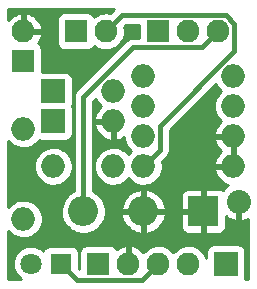
<source format=gbl>
G04 #@! TF.GenerationSoftware,KiCad,Pcbnew,(5.99.0-1129-g103b0c18d)*
G04 #@! TF.CreationDate,2020-03-21T11:47:11+02:00*
G04 #@! TF.ProjectId,superduro,73757065-7264-4757-926f-2e6b69636164,rev?*
G04 #@! TF.SameCoordinates,Original*
G04 #@! TF.FileFunction,Copper,L2,Bot*
G04 #@! TF.FilePolarity,Positive*
%FSLAX46Y46*%
G04 Gerber Fmt 4.6, Leading zero omitted, Abs format (unit mm)*
G04 Created by KiCad (PCBNEW (5.99.0-1129-g103b0c18d)) date 2020-03-21 11:47:11*
%MOMM*%
%LPD*%
G01*
G04 APERTURE LIST*
G04 #@! TA.AperFunction,ComponentPad*
%ADD10O,2.032000X2.032000*%
G04 #@! TD*
G04 #@! TA.AperFunction,ComponentPad*
%ADD11R,2.032000X2.032000*%
G04 #@! TD*
G04 #@! TA.AperFunction,ComponentPad*
%ADD12O,2.540000X2.540000*%
G04 #@! TD*
G04 #@! TA.AperFunction,ComponentPad*
%ADD13R,2.540000X2.540000*%
G04 #@! TD*
G04 #@! TA.AperFunction,ComponentPad*
%ADD14O,1.930400X1.930400*%
G04 #@! TD*
G04 #@! TA.AperFunction,ComponentPad*
%ADD15R,1.930400X1.930400*%
G04 #@! TD*
G04 #@! TA.AperFunction,ComponentPad*
%ADD16O,2.000000X2.000000*%
G04 #@! TD*
G04 #@! TA.AperFunction,ComponentPad*
%ADD17C,1.800000*%
G04 #@! TD*
G04 #@! TA.AperFunction,ComponentPad*
%ADD18R,1.800000X1.800000*%
G04 #@! TD*
G04 #@! TA.AperFunction,ComponentPad*
%ADD19R,2.000000X2.000000*%
G04 #@! TD*
G04 #@! TA.AperFunction,Conductor*
%ADD20C,0.381000*%
G04 #@! TD*
G04 #@! TA.AperFunction,Conductor*
%ADD21C,0.254000*%
G04 #@! TD*
G04 APERTURE END LIST*
D10*
X81724500Y-67754500D03*
D11*
X80645000Y-73025000D03*
D12*
X68580000Y-68580000D03*
X73660000Y-68580000D03*
D13*
X78740000Y-68580000D03*
D14*
X63500000Y-53340000D03*
D15*
X63500000Y-55880000D03*
D14*
X80010000Y-53340000D03*
X77470000Y-53340000D03*
D15*
X74930000Y-53340000D03*
D16*
X63500000Y-61595000D03*
X63500000Y-69215000D03*
X81280000Y-64770000D03*
X73660000Y-64770000D03*
X81280000Y-57150000D03*
X73660000Y-57150000D03*
X81280000Y-59690000D03*
X73660000Y-59690000D03*
X81280000Y-62230000D03*
X73660000Y-62230000D03*
D14*
X77470000Y-73025000D03*
X74930000Y-73025000D03*
X72390000Y-73025000D03*
D15*
X69850000Y-73025000D03*
D17*
X64135000Y-73025000D03*
D18*
X66675000Y-73025000D03*
D19*
X66040000Y-60960000D03*
D16*
X71120000Y-60960000D03*
D19*
X66040000Y-58420000D03*
D16*
X71120000Y-58420000D03*
D14*
X70485000Y-53340000D03*
D15*
X67945000Y-53340000D03*
D16*
X71120000Y-64770000D03*
X66040000Y-64770000D03*
D20*
X68580000Y-68580000D02*
X68580000Y-58902058D01*
X68580000Y-58902058D02*
X72786357Y-54695701D01*
X72786357Y-54695701D02*
X78654299Y-54695701D01*
X78654299Y-54695701D02*
X80010000Y-53340000D01*
X70485000Y-53340000D02*
X71840701Y-51984299D01*
X71840701Y-51984299D02*
X80660737Y-51984299D01*
X80660737Y-51984299D02*
X81365701Y-52689263D01*
X81365701Y-52689263D02*
X81365701Y-55006357D01*
X81365701Y-55006357D02*
X75050501Y-61321557D01*
X75050501Y-61321557D02*
X75050501Y-63379499D01*
X75050501Y-63379499D02*
X73660000Y-64770000D01*
X73574299Y-74380701D02*
X68030701Y-74380701D01*
X74930000Y-73025000D02*
X73574299Y-74380701D01*
X68030701Y-74380701D02*
X66675000Y-73025000D01*
G36*
X71206552Y-51443008D02*
G01*
X71194404Y-51461750D01*
X70868885Y-51787269D01*
X70771423Y-51761519D01*
X70761242Y-51759706D01*
X70509770Y-51735935D01*
X70499429Y-51735808D01*
X70247451Y-51753429D01*
X70237229Y-51754993D01*
X69991513Y-51813531D01*
X69981683Y-51816743D01*
X69748827Y-51914627D01*
X69739654Y-51919402D01*
X69525912Y-52054003D01*
X69517642Y-52060212D01*
X69480923Y-52092812D01*
X69475063Y-52070942D01*
X69462320Y-52046462D01*
X69331210Y-51890210D01*
X69314321Y-51876039D01*
X69140080Y-51775441D01*
X69119363Y-51767900D01*
X68926662Y-51733922D01*
X68915701Y-51732963D01*
X66971542Y-51732963D01*
X66955166Y-51735119D01*
X66675942Y-51809937D01*
X66651462Y-51822680D01*
X66495210Y-51953790D01*
X66481039Y-51970679D01*
X66380441Y-52144920D01*
X66372900Y-52165637D01*
X66338922Y-52358338D01*
X66337963Y-52369299D01*
X66337963Y-54313458D01*
X66340119Y-54329834D01*
X66414937Y-54609059D01*
X66427680Y-54633539D01*
X66558790Y-54789790D01*
X66575679Y-54803961D01*
X66749920Y-54904559D01*
X66770637Y-54912100D01*
X66963338Y-54946078D01*
X66974299Y-54947037D01*
X68918458Y-54947037D01*
X68934834Y-54944881D01*
X69214059Y-54870063D01*
X69238539Y-54857320D01*
X69394790Y-54726210D01*
X69408961Y-54709321D01*
X69479025Y-54587966D01*
X69671148Y-54722492D01*
X69680077Y-54727710D01*
X69907873Y-54836851D01*
X69917535Y-54840540D01*
X70160098Y-54911012D01*
X70170232Y-54913073D01*
X70421048Y-54942981D01*
X70431382Y-54943360D01*
X70683714Y-54931902D01*
X70693972Y-54930588D01*
X70941045Y-54878070D01*
X70950950Y-54875099D01*
X71186128Y-54782933D01*
X71195415Y-54778384D01*
X71412382Y-54649046D01*
X71420801Y-54643041D01*
X71613730Y-54480003D01*
X71621055Y-54472703D01*
X71784766Y-54280344D01*
X71790801Y-54271946D01*
X71920895Y-54055431D01*
X71925477Y-54046161D01*
X72018463Y-53811306D01*
X72021470Y-53801411D01*
X72075011Y-53553769D01*
X72076418Y-53541969D01*
X72084385Y-53216013D01*
X72083556Y-53204158D01*
X72042175Y-52954197D01*
X72041668Y-52952179D01*
X72183049Y-52810799D01*
X73322963Y-52810799D01*
X73322963Y-53869201D01*
X72878948Y-53869201D01*
X72862167Y-53865404D01*
X72844271Y-53863964D01*
X72759862Y-53869201D01*
X72731579Y-53869201D01*
X72722637Y-53869838D01*
X72702031Y-53872789D01*
X72626081Y-53877501D01*
X72608502Y-53881141D01*
X72585350Y-53889499D01*
X72560979Y-53892989D01*
X72543748Y-53898028D01*
X72474461Y-53929531D01*
X72402700Y-53955437D01*
X72386532Y-53964097D01*
X72367560Y-53978136D01*
X72344745Y-53988509D01*
X72329620Y-53998182D01*
X72263648Y-54055027D01*
X72246403Y-54067788D01*
X72239319Y-54073892D01*
X72224155Y-54089057D01*
X72164010Y-54140881D01*
X72152208Y-54154410D01*
X72140060Y-54173152D01*
X68061054Y-58252159D01*
X68046498Y-58261343D01*
X68032826Y-58272979D01*
X67976827Y-58336386D01*
X67956843Y-58356369D01*
X67950971Y-58363142D01*
X67938494Y-58379789D01*
X67888114Y-58436834D01*
X67878257Y-58451840D01*
X67867796Y-58474120D01*
X67853032Y-58493820D01*
X67844410Y-58509568D01*
X67817691Y-58580841D01*
X67785269Y-58649898D01*
X67779961Y-58667452D01*
X67776472Y-58690793D01*
X67767673Y-58714267D01*
X67763818Y-58731801D01*
X67757363Y-58818660D01*
X67754194Y-58839863D01*
X67753501Y-58849186D01*
X67753501Y-58870633D01*
X67747618Y-58949807D01*
X67748839Y-58967718D01*
X67753501Y-58989557D01*
X67753500Y-66861096D01*
X67537226Y-66980979D01*
X67529406Y-66986105D01*
X67312330Y-67152675D01*
X67305354Y-67158901D01*
X67115282Y-67355726D01*
X67109303Y-67362915D01*
X66950412Y-67585673D01*
X66945561Y-67593667D01*
X66821341Y-67837463D01*
X66817725Y-67846086D01*
X66730904Y-68105565D01*
X66728602Y-68114628D01*
X66681088Y-68384090D01*
X66680152Y-68393394D01*
X66672989Y-68666919D01*
X66673437Y-68676259D01*
X66706784Y-68947839D01*
X66708608Y-68957010D01*
X66781729Y-69220677D01*
X66784889Y-69229478D01*
X66896180Y-69479442D01*
X66900606Y-69487679D01*
X67047621Y-69718447D01*
X67053215Y-69725939D01*
X67232726Y-69932442D01*
X67239367Y-69939025D01*
X67447429Y-70116727D01*
X67454969Y-70122256D01*
X67687011Y-70267252D01*
X67695286Y-70271605D01*
X67946212Y-70380711D01*
X67955040Y-70383794D01*
X68219335Y-70454611D01*
X68228521Y-70456355D01*
X68500382Y-70487329D01*
X68509725Y-70487696D01*
X68783178Y-70478148D01*
X68792473Y-70477130D01*
X69061510Y-70427266D01*
X69070552Y-70424885D01*
X69329264Y-70335804D01*
X69337855Y-70332113D01*
X69580559Y-70205770D01*
X69588511Y-70200849D01*
X69809872Y-70040020D01*
X69817009Y-70033979D01*
X70012168Y-69842197D01*
X70018333Y-69835166D01*
X70183002Y-69616644D01*
X70188060Y-69608780D01*
X70318620Y-69368319D01*
X70322460Y-69359794D01*
X70416043Y-69102675D01*
X70418581Y-69093676D01*
X70473297Y-68824741D01*
X70474543Y-68813809D01*
X70475087Y-68793019D01*
X71767774Y-68793019D01*
X71786784Y-68947839D01*
X71788608Y-68957010D01*
X71861729Y-69220677D01*
X71864889Y-69229478D01*
X71976180Y-69479442D01*
X71980606Y-69487679D01*
X72127621Y-69718447D01*
X72133215Y-69725939D01*
X72312726Y-69932442D01*
X72319367Y-69939025D01*
X72527429Y-70116727D01*
X72534969Y-70122256D01*
X72767011Y-70267252D01*
X72775286Y-70271605D01*
X73026212Y-70380711D01*
X73035040Y-70383794D01*
X73299335Y-70454611D01*
X73308521Y-70456355D01*
X73447802Y-70472224D01*
X73528299Y-70400378D01*
X73787999Y-70400378D01*
X73878861Y-70475947D01*
X74141510Y-70427266D01*
X74150552Y-70424885D01*
X74409264Y-70335804D01*
X74417855Y-70332113D01*
X74660559Y-70205770D01*
X74668511Y-70200849D01*
X74889872Y-70040020D01*
X74897009Y-70033979D01*
X75092168Y-69842197D01*
X75098333Y-69835166D01*
X75263002Y-69616644D01*
X75268060Y-69608780D01*
X75398620Y-69368319D01*
X75402460Y-69359794D01*
X75496043Y-69102675D01*
X75498581Y-69093676D01*
X75558217Y-68800558D01*
X75542898Y-68781808D01*
X76828163Y-68781808D01*
X76828163Y-69858258D01*
X76830319Y-69874634D01*
X76905137Y-70153859D01*
X76917880Y-70178339D01*
X77048990Y-70334590D01*
X77065879Y-70348761D01*
X77240120Y-70449359D01*
X77260837Y-70456900D01*
X77453538Y-70490878D01*
X77464499Y-70491837D01*
X78538191Y-70491837D01*
X78612000Y-70418028D01*
X78612001Y-68781809D01*
X78538192Y-68708000D01*
X76901972Y-68707999D01*
X76828163Y-68781808D01*
X75542898Y-68781808D01*
X75482594Y-68708000D01*
X73861809Y-68707999D01*
X73788000Y-68781808D01*
X73787999Y-70400378D01*
X73528299Y-70400378D01*
X73532000Y-70397075D01*
X73532001Y-68781809D01*
X73458192Y-68708000D01*
X71842993Y-68707999D01*
X71767774Y-68793019D01*
X70475087Y-68793019D01*
X70484183Y-68445665D01*
X70483511Y-68434683D01*
X70472646Y-68361982D01*
X71764987Y-68361982D01*
X71840520Y-68452000D01*
X73458191Y-68452001D01*
X73532000Y-68378192D01*
X73532000Y-68378191D01*
X73787999Y-68378191D01*
X73861808Y-68452000D01*
X75477623Y-68452001D01*
X75553021Y-68364497D01*
X75522946Y-68163252D01*
X75520882Y-68154132D01*
X75440883Y-67892468D01*
X75437494Y-67883753D01*
X75319698Y-67636789D01*
X75315058Y-67628671D01*
X75162052Y-67401831D01*
X75156264Y-67394488D01*
X75073805Y-67304499D01*
X76828163Y-67304499D01*
X76828163Y-68378191D01*
X76901972Y-68452000D01*
X78538191Y-68452001D01*
X78612000Y-68378192D01*
X78612001Y-66741972D01*
X78538192Y-66668163D01*
X77461742Y-66668163D01*
X77445366Y-66670319D01*
X77166142Y-66745137D01*
X77141662Y-66757880D01*
X76985410Y-66888990D01*
X76971239Y-66905879D01*
X76870641Y-67080120D01*
X76863100Y-67100837D01*
X76829122Y-67293538D01*
X76828163Y-67304499D01*
X75073805Y-67304499D01*
X74971410Y-67192754D01*
X74964599Y-67186347D01*
X74751957Y-67014153D01*
X74744274Y-67008824D01*
X74508515Y-66869951D01*
X74500129Y-66865815D01*
X74246433Y-66763316D01*
X74237528Y-66760466D01*
X73971470Y-66696590D01*
X73962240Y-66695087D01*
X73869750Y-66686996D01*
X73788000Y-66761907D01*
X73787999Y-68378191D01*
X73532000Y-68378191D01*
X73532001Y-66756085D01*
X73438590Y-66680442D01*
X73130299Y-66745971D01*
X73121322Y-66748588D01*
X72865031Y-66844411D01*
X72856539Y-66848325D01*
X72617226Y-66980979D01*
X72609406Y-66986105D01*
X72392330Y-67152675D01*
X72385354Y-67158901D01*
X72195282Y-67355726D01*
X72189303Y-67362915D01*
X72030412Y-67585673D01*
X72025561Y-67593667D01*
X71901341Y-67837463D01*
X71897725Y-67846086D01*
X71810904Y-68105565D01*
X71808602Y-68114628D01*
X71764987Y-68361982D01*
X70472646Y-68361982D01*
X70442946Y-68163252D01*
X70440882Y-68154132D01*
X70360883Y-67892468D01*
X70357494Y-67883753D01*
X70239698Y-67636789D01*
X70235058Y-67628671D01*
X70082052Y-67401831D01*
X70076264Y-67394488D01*
X69891410Y-67192754D01*
X69884599Y-67186347D01*
X69671957Y-67014153D01*
X69664274Y-67008824D01*
X69428515Y-66869951D01*
X69420129Y-66865815D01*
X69406500Y-66860309D01*
X69406500Y-61183471D01*
X69494039Y-61183471D01*
X69558004Y-61456187D01*
X69561098Y-61465824D01*
X69657428Y-61699538D01*
X69662023Y-61708556D01*
X69794480Y-61923862D01*
X69800458Y-61932030D01*
X69965634Y-62123390D01*
X69972841Y-62130497D01*
X70166489Y-62292986D01*
X70174739Y-62298849D01*
X70391873Y-62428287D01*
X70400955Y-62432756D01*
X70635991Y-62525813D01*
X70645670Y-62528772D01*
X70897904Y-62584229D01*
X70992000Y-62508574D01*
X70992000Y-61161809D01*
X70918191Y-61088000D01*
X69569708Y-61088000D01*
X69494039Y-61183471D01*
X69406500Y-61183471D01*
X69406500Y-59244403D01*
X69608959Y-59041944D01*
X69657428Y-59159538D01*
X69662023Y-59168556D01*
X69794480Y-59383862D01*
X69800458Y-59392030D01*
X69965634Y-59583390D01*
X69972841Y-59590497D01*
X70091610Y-59690155D01*
X69997606Y-59765737D01*
X69990252Y-59772691D01*
X69821104Y-59960548D01*
X69814956Y-59968589D01*
X69678019Y-60181075D01*
X69673236Y-60189994D01*
X69572032Y-60421639D01*
X69568737Y-60431209D01*
X69505872Y-60676052D01*
X69504150Y-60686017D01*
X69498327Y-60749912D01*
X69573273Y-60832000D01*
X71248000Y-60832000D01*
X71248000Y-62505741D01*
X71331379Y-62580815D01*
X71416504Y-62571869D01*
X71426453Y-62570007D01*
X71670398Y-62503728D01*
X71679920Y-62500300D01*
X71910131Y-62395873D01*
X71918983Y-62390966D01*
X72028162Y-62318427D01*
X72038766Y-62470071D01*
X72040279Y-62480078D01*
X72098004Y-62726187D01*
X72101098Y-62735824D01*
X72197428Y-62969538D01*
X72202023Y-62978556D01*
X72334480Y-63193862D01*
X72340458Y-63202030D01*
X72505634Y-63393390D01*
X72512841Y-63400497D01*
X72631610Y-63500155D01*
X72537606Y-63575737D01*
X72530252Y-63582691D01*
X72389443Y-63739074D01*
X72352708Y-63689969D01*
X72346014Y-63682377D01*
X72164174Y-63506776D01*
X72156353Y-63500351D01*
X71948775Y-63356081D01*
X71940028Y-63350990D01*
X71712056Y-63241764D01*
X71702607Y-63238137D01*
X71460103Y-63166765D01*
X71450196Y-63164695D01*
X71199402Y-63133011D01*
X71189290Y-63132552D01*
X70936656Y-63141374D01*
X70926601Y-63142538D01*
X70678628Y-63191639D01*
X70668889Y-63194394D01*
X70431956Y-63282508D01*
X70422783Y-63286786D01*
X70202984Y-63411649D01*
X70194613Y-63417338D01*
X69997606Y-63575737D01*
X69990252Y-63582691D01*
X69821104Y-63770548D01*
X69814956Y-63778589D01*
X69678019Y-63991075D01*
X69673236Y-63999994D01*
X69572032Y-64231639D01*
X69568737Y-64241209D01*
X69505871Y-64486056D01*
X69504148Y-64496030D01*
X69481238Y-64747777D01*
X69481132Y-64757898D01*
X69498766Y-65010071D01*
X69500279Y-65020078D01*
X69558004Y-65266187D01*
X69561098Y-65275824D01*
X69657428Y-65509538D01*
X69662023Y-65518556D01*
X69794480Y-65733862D01*
X69800458Y-65742030D01*
X69965634Y-65933390D01*
X69972841Y-65940497D01*
X70166489Y-66102986D01*
X70174739Y-66108849D01*
X70391873Y-66238287D01*
X70400955Y-66242756D01*
X70635991Y-66335813D01*
X70645670Y-66338772D01*
X70892561Y-66393054D01*
X70902589Y-66394428D01*
X71154983Y-66408539D01*
X71165101Y-66408292D01*
X71416504Y-66381869D01*
X71426453Y-66380007D01*
X71670398Y-66313728D01*
X71679920Y-66310300D01*
X71910131Y-66205873D01*
X71918983Y-66200966D01*
X72129536Y-66061074D01*
X72137489Y-66054815D01*
X72322968Y-65883061D01*
X72329819Y-65875610D01*
X72389654Y-65799025D01*
X72505634Y-65933390D01*
X72512841Y-65940497D01*
X72706489Y-66102986D01*
X72714739Y-66108849D01*
X72931873Y-66238287D01*
X72940955Y-66242756D01*
X73175991Y-66335813D01*
X73185670Y-66338772D01*
X73432561Y-66393054D01*
X73442589Y-66394428D01*
X73694983Y-66408539D01*
X73705101Y-66408292D01*
X73956504Y-66381869D01*
X73966453Y-66380007D01*
X74210398Y-66313728D01*
X74219920Y-66310300D01*
X74450131Y-66205873D01*
X74458983Y-66200966D01*
X74669536Y-66061074D01*
X74677489Y-66054815D01*
X74862968Y-65883061D01*
X74869819Y-65875610D01*
X75025451Y-65676411D01*
X75031023Y-65667961D01*
X75152804Y-65446441D01*
X75156953Y-65437209D01*
X75241751Y-65199068D01*
X75244370Y-65189292D01*
X75290063Y-64940332D01*
X75291097Y-64929599D01*
X75294082Y-64644596D01*
X75293273Y-64633844D01*
X75252804Y-64383981D01*
X75250390Y-64374152D01*
X75243976Y-64354870D01*
X75569449Y-64029397D01*
X75584005Y-64020213D01*
X75597676Y-64008578D01*
X75653676Y-63945170D01*
X75673659Y-63925188D01*
X75679533Y-63918413D01*
X75692004Y-63901771D01*
X75742387Y-63844724D01*
X75752244Y-63829718D01*
X75762706Y-63807434D01*
X75777468Y-63787738D01*
X75786090Y-63771990D01*
X75812803Y-63700734D01*
X75845233Y-63631659D01*
X75850541Y-63614105D01*
X75854031Y-63590757D01*
X75862827Y-63567291D01*
X75866682Y-63549758D01*
X75873135Y-63462930D01*
X75876308Y-63441694D01*
X75877001Y-63432371D01*
X75877001Y-63410907D01*
X75882883Y-63331751D01*
X75881662Y-63313839D01*
X75877001Y-63292005D01*
X75877001Y-62453471D01*
X79654039Y-62453471D01*
X79718004Y-62726187D01*
X79721098Y-62735824D01*
X79817428Y-62969538D01*
X79822023Y-62978556D01*
X79954480Y-63193862D01*
X79960458Y-63202030D01*
X80125634Y-63393390D01*
X80132841Y-63400497D01*
X80251610Y-63500155D01*
X80157606Y-63575737D01*
X80150252Y-63582691D01*
X79981104Y-63770548D01*
X79974956Y-63778589D01*
X79838019Y-63991075D01*
X79833236Y-63999994D01*
X79732032Y-64231639D01*
X79728737Y-64241209D01*
X79665872Y-64486052D01*
X79664150Y-64496017D01*
X79658327Y-64559912D01*
X79733273Y-64642000D01*
X81078191Y-64642000D01*
X81152000Y-64568191D01*
X81152000Y-62431809D01*
X81078191Y-62358000D01*
X79729708Y-62358000D01*
X79654039Y-62453471D01*
X75877001Y-62453471D01*
X75877001Y-61663902D01*
X79768960Y-57771945D01*
X79817428Y-57889538D01*
X79822023Y-57898556D01*
X79954480Y-58113862D01*
X79960458Y-58122030D01*
X80125634Y-58313390D01*
X80132841Y-58320497D01*
X80251610Y-58420155D01*
X80157606Y-58495737D01*
X80150252Y-58502691D01*
X79981104Y-58690548D01*
X79974956Y-58698589D01*
X79838019Y-58911075D01*
X79833236Y-58919994D01*
X79732032Y-59151639D01*
X79728737Y-59161209D01*
X79665871Y-59406056D01*
X79664148Y-59416030D01*
X79641238Y-59667777D01*
X79641132Y-59677898D01*
X79658766Y-59930071D01*
X79660279Y-59940078D01*
X79718004Y-60186187D01*
X79721098Y-60195824D01*
X79817428Y-60429538D01*
X79822023Y-60438556D01*
X79954480Y-60653862D01*
X79960458Y-60662030D01*
X80125634Y-60853390D01*
X80132841Y-60860497D01*
X80251610Y-60960155D01*
X80157606Y-61035737D01*
X80150252Y-61042691D01*
X79981104Y-61230548D01*
X79974956Y-61238589D01*
X79838019Y-61451075D01*
X79833236Y-61459994D01*
X79732032Y-61691639D01*
X79728737Y-61701209D01*
X79665872Y-61946052D01*
X79664150Y-61956017D01*
X79658327Y-62019912D01*
X79733273Y-62102000D01*
X81408000Y-62102000D01*
X81408000Y-64898000D01*
X79729708Y-64898000D01*
X79654039Y-64993471D01*
X79718004Y-65266187D01*
X79721098Y-65275824D01*
X79817428Y-65509538D01*
X79822023Y-65518556D01*
X79954480Y-65733862D01*
X79960458Y-65742030D01*
X80125634Y-65933390D01*
X80132841Y-65940497D01*
X80326489Y-66102986D01*
X80334739Y-66108849D01*
X80551873Y-66238287D01*
X80560955Y-66242756D01*
X80795991Y-66335813D01*
X80805670Y-66338772D01*
X80856442Y-66349935D01*
X80798462Y-66382872D01*
X80790091Y-66388562D01*
X80591077Y-66548574D01*
X80583723Y-66555528D01*
X80412852Y-66745298D01*
X80406704Y-66753339D01*
X80381520Y-66792417D01*
X80239880Y-66710641D01*
X80219163Y-66703100D01*
X80026462Y-66669122D01*
X80015501Y-66668163D01*
X78941809Y-66668163D01*
X78868000Y-66741972D01*
X78867999Y-68378192D01*
X78868000Y-68378193D01*
X78867999Y-70418028D01*
X78941808Y-70491837D01*
X80018258Y-70491837D01*
X80034634Y-70489681D01*
X80313859Y-70414863D01*
X80338339Y-70402120D01*
X80494590Y-70271010D01*
X80508761Y-70254121D01*
X80609359Y-70079880D01*
X80616900Y-70059163D01*
X80650878Y-69866462D01*
X80651837Y-69855501D01*
X80651837Y-69008393D01*
X80761690Y-69100570D01*
X80769940Y-69106433D01*
X80989287Y-69237189D01*
X80998368Y-69241658D01*
X81235797Y-69335664D01*
X81245477Y-69338623D01*
X81502404Y-69395112D01*
X81596500Y-69319457D01*
X81596500Y-67626500D01*
X81852500Y-67626500D01*
X81852500Y-69316330D01*
X81935881Y-69391406D01*
X82023959Y-69382147D01*
X82033907Y-69380285D01*
X82280336Y-69313331D01*
X82289858Y-69309903D01*
X82522413Y-69204412D01*
X82531265Y-69199505D01*
X82551001Y-69186392D01*
X82551001Y-74296000D01*
X82245856Y-74296000D01*
X82260359Y-74270880D01*
X82267900Y-74250163D01*
X82301878Y-74057462D01*
X82302837Y-74046501D01*
X82302837Y-72000742D01*
X82300681Y-71984366D01*
X82225863Y-71705142D01*
X82213120Y-71680662D01*
X82082010Y-71524410D01*
X82065121Y-71510239D01*
X81890880Y-71409641D01*
X81870163Y-71402100D01*
X81677462Y-71368122D01*
X81666501Y-71367163D01*
X79620742Y-71367163D01*
X79604366Y-71369319D01*
X79325142Y-71444137D01*
X79300662Y-71456880D01*
X79144410Y-71587990D01*
X79130239Y-71604879D01*
X79029641Y-71779120D01*
X79022100Y-71799837D01*
X78988122Y-71992538D01*
X78987163Y-72003499D01*
X78987163Y-72519035D01*
X78943253Y-72390050D01*
X78939130Y-72380566D01*
X78819767Y-72157955D01*
X78814149Y-72149271D01*
X78660031Y-71949146D01*
X78653072Y-71941497D01*
X78468337Y-71769229D01*
X78460221Y-71762819D01*
X78249832Y-71623036D01*
X78240778Y-71618038D01*
X78010383Y-71514495D01*
X78000634Y-71511043D01*
X77756423Y-71446519D01*
X77746242Y-71444706D01*
X77494770Y-71420935D01*
X77484429Y-71420808D01*
X77232451Y-71438429D01*
X77222229Y-71439993D01*
X76976513Y-71498531D01*
X76966683Y-71501743D01*
X76733827Y-71599627D01*
X76724654Y-71604402D01*
X76510912Y-71739003D01*
X76502642Y-71745212D01*
X76313754Y-71912914D01*
X76306609Y-71920391D01*
X76199627Y-72052503D01*
X76120031Y-71949146D01*
X76113072Y-71941497D01*
X75928337Y-71769229D01*
X75920221Y-71762819D01*
X75709832Y-71623036D01*
X75700778Y-71618038D01*
X75470383Y-71514495D01*
X75460634Y-71511043D01*
X75216423Y-71446519D01*
X75206242Y-71444706D01*
X74954770Y-71420935D01*
X74944429Y-71420808D01*
X74692451Y-71438429D01*
X74682229Y-71439993D01*
X74436513Y-71498531D01*
X74426683Y-71501743D01*
X74193827Y-71599627D01*
X74184654Y-71604402D01*
X73970912Y-71739003D01*
X73962642Y-71745212D01*
X73773754Y-71912914D01*
X73766609Y-71920391D01*
X73659627Y-72052503D01*
X73580031Y-71949146D01*
X73573072Y-71941497D01*
X73388337Y-71769229D01*
X73380221Y-71762819D01*
X73169832Y-71623036D01*
X73160778Y-71618038D01*
X72930383Y-71514495D01*
X72920634Y-71511043D01*
X72676423Y-71446519D01*
X72666242Y-71444706D01*
X72600402Y-71438482D01*
X72518000Y-71513461D01*
X72518000Y-73153000D01*
X72262000Y-73153000D01*
X72262000Y-71509957D01*
X72166184Y-71434286D01*
X71896513Y-71498531D01*
X71886683Y-71501743D01*
X71653827Y-71599627D01*
X71644654Y-71604402D01*
X71430912Y-71739003D01*
X71422642Y-71745212D01*
X71385923Y-71777812D01*
X71380063Y-71755942D01*
X71367320Y-71731462D01*
X71236210Y-71575210D01*
X71219321Y-71561039D01*
X71045080Y-71460441D01*
X71024363Y-71452900D01*
X70831662Y-71418922D01*
X70820701Y-71417963D01*
X68876542Y-71417963D01*
X68860166Y-71420119D01*
X68580942Y-71494937D01*
X68556462Y-71507680D01*
X68400210Y-71638790D01*
X68386039Y-71655679D01*
X68285441Y-71829920D01*
X68277900Y-71850637D01*
X68243922Y-72043338D01*
X68242963Y-72054299D01*
X68242963Y-73424117D01*
X68216837Y-73397991D01*
X68216837Y-72116742D01*
X68214681Y-72100366D01*
X68139863Y-71821142D01*
X68127120Y-71796662D01*
X67996010Y-71640410D01*
X67979121Y-71626239D01*
X67804880Y-71525641D01*
X67784163Y-71518100D01*
X67591462Y-71484122D01*
X67580501Y-71483163D01*
X65766742Y-71483163D01*
X65750366Y-71485319D01*
X65471142Y-71560137D01*
X65446662Y-71572880D01*
X65290410Y-71703990D01*
X65276239Y-71720879D01*
X65175641Y-71895120D01*
X65174998Y-71896886D01*
X65058003Y-71793378D01*
X65049440Y-71787007D01*
X64837291Y-71655470D01*
X64827778Y-71650633D01*
X64596500Y-71556721D01*
X64586308Y-71553556D01*
X64342513Y-71499954D01*
X64331934Y-71498552D01*
X64082592Y-71486794D01*
X64071928Y-71487194D01*
X63824170Y-71517614D01*
X63813725Y-71519806D01*
X63574635Y-71591537D01*
X63564709Y-71595457D01*
X63341123Y-71706446D01*
X63332000Y-71711982D01*
X63130311Y-71859056D01*
X63122250Y-71866051D01*
X62948225Y-72045005D01*
X62941459Y-72053257D01*
X62800073Y-72258974D01*
X62794793Y-72268249D01*
X62690090Y-72494847D01*
X62686448Y-72504879D01*
X62621422Y-72745878D01*
X62619523Y-72756380D01*
X62596032Y-73004891D01*
X62595930Y-73015562D01*
X62614646Y-73264477D01*
X62616343Y-73275013D01*
X62676731Y-73517218D01*
X62680179Y-73527317D01*
X62780512Y-73755884D01*
X62785613Y-73765258D01*
X62923023Y-73973650D01*
X62929630Y-73982031D01*
X63100187Y-74164294D01*
X63108112Y-74171442D01*
X63272212Y-74296000D01*
X62229000Y-74296000D01*
X62229000Y-70243267D01*
X62345634Y-70378390D01*
X62352841Y-70385497D01*
X62546489Y-70547986D01*
X62554739Y-70553849D01*
X62771873Y-70683287D01*
X62780955Y-70687756D01*
X63015991Y-70780813D01*
X63025670Y-70783772D01*
X63272561Y-70838054D01*
X63282589Y-70839428D01*
X63534983Y-70853539D01*
X63545101Y-70853292D01*
X63796504Y-70826869D01*
X63806453Y-70825007D01*
X64050398Y-70758728D01*
X64059920Y-70755300D01*
X64290131Y-70650873D01*
X64298983Y-70645966D01*
X64509536Y-70506074D01*
X64517489Y-70499815D01*
X64702968Y-70328061D01*
X64709819Y-70320610D01*
X64865451Y-70121411D01*
X64871023Y-70112961D01*
X64992804Y-69891441D01*
X64996953Y-69882209D01*
X65081751Y-69644068D01*
X65084370Y-69634292D01*
X65130063Y-69385332D01*
X65131097Y-69374599D01*
X65134082Y-69089596D01*
X65133273Y-69078844D01*
X65092804Y-68828981D01*
X65090390Y-68819152D01*
X65010597Y-68579287D01*
X65006642Y-68569971D01*
X64889527Y-68345949D01*
X64884134Y-68337384D01*
X64732708Y-68134969D01*
X64726014Y-68127377D01*
X64544174Y-67951776D01*
X64536353Y-67945351D01*
X64328775Y-67801081D01*
X64320028Y-67795990D01*
X64092056Y-67686764D01*
X64082607Y-67683137D01*
X63840103Y-67611765D01*
X63830196Y-67609695D01*
X63579402Y-67578011D01*
X63569290Y-67577552D01*
X63316656Y-67586374D01*
X63306601Y-67587538D01*
X63058628Y-67636639D01*
X63048889Y-67639394D01*
X62811956Y-67727508D01*
X62802783Y-67731786D01*
X62582984Y-67856649D01*
X62574613Y-67862338D01*
X62377606Y-68020737D01*
X62370252Y-68027691D01*
X62229000Y-68184566D01*
X62229000Y-64757898D01*
X64401132Y-64757898D01*
X64418766Y-65010071D01*
X64420279Y-65020078D01*
X64478004Y-65266187D01*
X64481098Y-65275824D01*
X64577428Y-65509538D01*
X64582023Y-65518556D01*
X64714480Y-65733862D01*
X64720458Y-65742030D01*
X64885634Y-65933390D01*
X64892841Y-65940497D01*
X65086489Y-66102986D01*
X65094739Y-66108849D01*
X65311873Y-66238287D01*
X65320955Y-66242756D01*
X65555991Y-66335813D01*
X65565670Y-66338772D01*
X65812561Y-66393054D01*
X65822589Y-66394428D01*
X66074983Y-66408539D01*
X66085101Y-66408292D01*
X66336504Y-66381869D01*
X66346453Y-66380007D01*
X66590398Y-66313728D01*
X66599920Y-66310300D01*
X66830131Y-66205873D01*
X66838983Y-66200966D01*
X67049536Y-66061074D01*
X67057489Y-66054815D01*
X67242968Y-65883061D01*
X67249819Y-65875610D01*
X67405451Y-65676411D01*
X67411023Y-65667961D01*
X67532804Y-65446441D01*
X67536953Y-65437209D01*
X67621751Y-65199068D01*
X67624370Y-65189292D01*
X67670063Y-64940332D01*
X67671097Y-64929599D01*
X67674082Y-64644596D01*
X67673273Y-64633844D01*
X67632804Y-64383981D01*
X67630390Y-64374152D01*
X67550597Y-64134287D01*
X67546642Y-64124971D01*
X67429527Y-63900949D01*
X67424134Y-63892384D01*
X67272708Y-63689969D01*
X67266014Y-63682377D01*
X67084174Y-63506776D01*
X67076353Y-63500351D01*
X66868775Y-63356081D01*
X66860028Y-63350990D01*
X66632056Y-63241764D01*
X66622607Y-63238137D01*
X66380103Y-63166765D01*
X66370196Y-63164695D01*
X66119402Y-63133011D01*
X66109290Y-63132552D01*
X65856656Y-63141374D01*
X65846601Y-63142538D01*
X65598628Y-63191639D01*
X65588889Y-63194394D01*
X65351956Y-63282508D01*
X65342783Y-63286786D01*
X65122984Y-63411649D01*
X65114613Y-63417338D01*
X64917606Y-63575737D01*
X64910252Y-63582691D01*
X64741104Y-63770548D01*
X64734956Y-63778589D01*
X64598019Y-63991075D01*
X64593236Y-63999994D01*
X64492032Y-64231639D01*
X64488737Y-64241209D01*
X64425871Y-64486056D01*
X64424148Y-64496030D01*
X64401238Y-64747777D01*
X64401132Y-64757898D01*
X62229000Y-64757898D01*
X62229000Y-62623267D01*
X62345634Y-62758390D01*
X62352841Y-62765497D01*
X62546489Y-62927986D01*
X62554739Y-62933849D01*
X62771873Y-63063287D01*
X62780955Y-63067756D01*
X63015991Y-63160813D01*
X63025670Y-63163772D01*
X63272561Y-63218054D01*
X63282589Y-63219428D01*
X63534983Y-63233539D01*
X63545101Y-63233292D01*
X63796504Y-63206869D01*
X63806453Y-63205007D01*
X64050398Y-63138728D01*
X64059920Y-63135300D01*
X64290131Y-63030873D01*
X64298983Y-63025966D01*
X64509536Y-62886074D01*
X64517489Y-62879815D01*
X64702968Y-62708061D01*
X64709819Y-62700610D01*
X64817950Y-62562209D01*
X64830837Y-62566900D01*
X65023538Y-62600878D01*
X65034499Y-62601837D01*
X67048258Y-62601837D01*
X67064634Y-62599681D01*
X67343859Y-62524863D01*
X67368339Y-62512120D01*
X67524590Y-62381010D01*
X67538761Y-62364121D01*
X67639359Y-62189880D01*
X67646900Y-62169163D01*
X67680878Y-61976462D01*
X67681837Y-61965501D01*
X67681837Y-59951742D01*
X67679681Y-59935366D01*
X67614652Y-59692674D01*
X67639359Y-59649880D01*
X67646900Y-59629163D01*
X67680878Y-59436462D01*
X67681837Y-59425501D01*
X67681837Y-57411742D01*
X67679681Y-57395366D01*
X67604863Y-57116142D01*
X67592120Y-57091662D01*
X67461010Y-56935410D01*
X67444121Y-56921239D01*
X67269880Y-56820641D01*
X67249163Y-56813100D01*
X67056462Y-56779122D01*
X67045501Y-56778163D01*
X65107037Y-56778163D01*
X65107037Y-54906542D01*
X65104881Y-54890166D01*
X65030063Y-54610942D01*
X65017320Y-54586462D01*
X64886210Y-54430210D01*
X64869321Y-54416039D01*
X64745246Y-54344405D01*
X64799766Y-54280344D01*
X64805801Y-54271946D01*
X64935895Y-54055431D01*
X64940477Y-54046161D01*
X65033463Y-53811306D01*
X65036470Y-53801411D01*
X65088285Y-53561753D01*
X65012636Y-53468000D01*
X63701808Y-53467999D01*
X63701807Y-53468000D01*
X63372000Y-53467999D01*
X63372000Y-53138191D01*
X63627999Y-53138191D01*
X63701808Y-53212000D01*
X65009634Y-53212001D01*
X65085119Y-53122992D01*
X65057175Y-52954196D01*
X65054655Y-52944166D01*
X64973253Y-52705050D01*
X64969130Y-52695566D01*
X64849767Y-52472955D01*
X64844149Y-52464271D01*
X64690031Y-52264146D01*
X64683072Y-52256497D01*
X64498337Y-52084229D01*
X64490221Y-52077819D01*
X64279832Y-51938036D01*
X64270778Y-51933038D01*
X64040383Y-51829495D01*
X64030634Y-51826043D01*
X63786423Y-51761519D01*
X63776242Y-51759706D01*
X63710402Y-51753482D01*
X63628000Y-51828461D01*
X63627999Y-53138191D01*
X63372000Y-53138191D01*
X63372001Y-51824957D01*
X63276185Y-51749286D01*
X63006513Y-51813531D01*
X62996683Y-51816743D01*
X62763827Y-51914627D01*
X62754654Y-51919402D01*
X62540912Y-52054003D01*
X62532642Y-52060212D01*
X62343754Y-52227914D01*
X62336609Y-52235391D01*
X62229000Y-52368277D01*
X62229000Y-51434000D01*
X71214410Y-51434000D01*
X71206552Y-51443008D01*
G37*
D21*
X71206552Y-51443008D02*
X71194404Y-51461750D01*
X70868885Y-51787269D01*
X70771423Y-51761519D01*
X70761242Y-51759706D01*
X70509770Y-51735935D01*
X70499429Y-51735808D01*
X70247451Y-51753429D01*
X70237229Y-51754993D01*
X69991513Y-51813531D01*
X69981683Y-51816743D01*
X69748827Y-51914627D01*
X69739654Y-51919402D01*
X69525912Y-52054003D01*
X69517642Y-52060212D01*
X69480923Y-52092812D01*
X69475063Y-52070942D01*
X69462320Y-52046462D01*
X69331210Y-51890210D01*
X69314321Y-51876039D01*
X69140080Y-51775441D01*
X69119363Y-51767900D01*
X68926662Y-51733922D01*
X68915701Y-51732963D01*
X66971542Y-51732963D01*
X66955166Y-51735119D01*
X66675942Y-51809937D01*
X66651462Y-51822680D01*
X66495210Y-51953790D01*
X66481039Y-51970679D01*
X66380441Y-52144920D01*
X66372900Y-52165637D01*
X66338922Y-52358338D01*
X66337963Y-52369299D01*
X66337963Y-54313458D01*
X66340119Y-54329834D01*
X66414937Y-54609059D01*
X66427680Y-54633539D01*
X66558790Y-54789790D01*
X66575679Y-54803961D01*
X66749920Y-54904559D01*
X66770637Y-54912100D01*
X66963338Y-54946078D01*
X66974299Y-54947037D01*
X68918458Y-54947037D01*
X68934834Y-54944881D01*
X69214059Y-54870063D01*
X69238539Y-54857320D01*
X69394790Y-54726210D01*
X69408961Y-54709321D01*
X69479025Y-54587966D01*
X69671148Y-54722492D01*
X69680077Y-54727710D01*
X69907873Y-54836851D01*
X69917535Y-54840540D01*
X70160098Y-54911012D01*
X70170232Y-54913073D01*
X70421048Y-54942981D01*
X70431382Y-54943360D01*
X70683714Y-54931902D01*
X70693972Y-54930588D01*
X70941045Y-54878070D01*
X70950950Y-54875099D01*
X71186128Y-54782933D01*
X71195415Y-54778384D01*
X71412382Y-54649046D01*
X71420801Y-54643041D01*
X71613730Y-54480003D01*
X71621055Y-54472703D01*
X71784766Y-54280344D01*
X71790801Y-54271946D01*
X71920895Y-54055431D01*
X71925477Y-54046161D01*
X72018463Y-53811306D01*
X72021470Y-53801411D01*
X72075011Y-53553769D01*
X72076418Y-53541969D01*
X72084385Y-53216013D01*
X72083556Y-53204158D01*
X72042175Y-52954197D01*
X72041668Y-52952179D01*
X72183049Y-52810799D01*
X73322963Y-52810799D01*
X73322963Y-53869201D01*
X72878948Y-53869201D01*
X72862167Y-53865404D01*
X72844271Y-53863964D01*
X72759862Y-53869201D01*
X72731579Y-53869201D01*
X72722637Y-53869838D01*
X72702031Y-53872789D01*
X72626081Y-53877501D01*
X72608502Y-53881141D01*
X72585350Y-53889499D01*
X72560979Y-53892989D01*
X72543748Y-53898028D01*
X72474461Y-53929531D01*
X72402700Y-53955437D01*
X72386532Y-53964097D01*
X72367560Y-53978136D01*
X72344745Y-53988509D01*
X72329620Y-53998182D01*
X72263648Y-54055027D01*
X72246403Y-54067788D01*
X72239319Y-54073892D01*
X72224155Y-54089057D01*
X72164010Y-54140881D01*
X72152208Y-54154410D01*
X72140060Y-54173152D01*
X68061054Y-58252159D01*
X68046498Y-58261343D01*
X68032826Y-58272979D01*
X67976827Y-58336386D01*
X67956843Y-58356369D01*
X67950971Y-58363142D01*
X67938494Y-58379789D01*
X67888114Y-58436834D01*
X67878257Y-58451840D01*
X67867796Y-58474120D01*
X67853032Y-58493820D01*
X67844410Y-58509568D01*
X67817691Y-58580841D01*
X67785269Y-58649898D01*
X67779961Y-58667452D01*
X67776472Y-58690793D01*
X67767673Y-58714267D01*
X67763818Y-58731801D01*
X67757363Y-58818660D01*
X67754194Y-58839863D01*
X67753501Y-58849186D01*
X67753501Y-58870633D01*
X67747618Y-58949807D01*
X67748839Y-58967718D01*
X67753501Y-58989557D01*
X67753500Y-66861096D01*
X67537226Y-66980979D01*
X67529406Y-66986105D01*
X67312330Y-67152675D01*
X67305354Y-67158901D01*
X67115282Y-67355726D01*
X67109303Y-67362915D01*
X66950412Y-67585673D01*
X66945561Y-67593667D01*
X66821341Y-67837463D01*
X66817725Y-67846086D01*
X66730904Y-68105565D01*
X66728602Y-68114628D01*
X66681088Y-68384090D01*
X66680152Y-68393394D01*
X66672989Y-68666919D01*
X66673437Y-68676259D01*
X66706784Y-68947839D01*
X66708608Y-68957010D01*
X66781729Y-69220677D01*
X66784889Y-69229478D01*
X66896180Y-69479442D01*
X66900606Y-69487679D01*
X67047621Y-69718447D01*
X67053215Y-69725939D01*
X67232726Y-69932442D01*
X67239367Y-69939025D01*
X67447429Y-70116727D01*
X67454969Y-70122256D01*
X67687011Y-70267252D01*
X67695286Y-70271605D01*
X67946212Y-70380711D01*
X67955040Y-70383794D01*
X68219335Y-70454611D01*
X68228521Y-70456355D01*
X68500382Y-70487329D01*
X68509725Y-70487696D01*
X68783178Y-70478148D01*
X68792473Y-70477130D01*
X69061510Y-70427266D01*
X69070552Y-70424885D01*
X69329264Y-70335804D01*
X69337855Y-70332113D01*
X69580559Y-70205770D01*
X69588511Y-70200849D01*
X69809872Y-70040020D01*
X69817009Y-70033979D01*
X70012168Y-69842197D01*
X70018333Y-69835166D01*
X70183002Y-69616644D01*
X70188060Y-69608780D01*
X70318620Y-69368319D01*
X70322460Y-69359794D01*
X70416043Y-69102675D01*
X70418581Y-69093676D01*
X70473297Y-68824741D01*
X70474543Y-68813809D01*
X70475087Y-68793019D01*
X71767774Y-68793019D01*
X71786784Y-68947839D01*
X71788608Y-68957010D01*
X71861729Y-69220677D01*
X71864889Y-69229478D01*
X71976180Y-69479442D01*
X71980606Y-69487679D01*
X72127621Y-69718447D01*
X72133215Y-69725939D01*
X72312726Y-69932442D01*
X72319367Y-69939025D01*
X72527429Y-70116727D01*
X72534969Y-70122256D01*
X72767011Y-70267252D01*
X72775286Y-70271605D01*
X73026212Y-70380711D01*
X73035040Y-70383794D01*
X73299335Y-70454611D01*
X73308521Y-70456355D01*
X73447802Y-70472224D01*
X73528299Y-70400378D01*
X73787999Y-70400378D01*
X73878861Y-70475947D01*
X74141510Y-70427266D01*
X74150552Y-70424885D01*
X74409264Y-70335804D01*
X74417855Y-70332113D01*
X74660559Y-70205770D01*
X74668511Y-70200849D01*
X74889872Y-70040020D01*
X74897009Y-70033979D01*
X75092168Y-69842197D01*
X75098333Y-69835166D01*
X75263002Y-69616644D01*
X75268060Y-69608780D01*
X75398620Y-69368319D01*
X75402460Y-69359794D01*
X75496043Y-69102675D01*
X75498581Y-69093676D01*
X75558217Y-68800558D01*
X75542898Y-68781808D01*
X76828163Y-68781808D01*
X76828163Y-69858258D01*
X76830319Y-69874634D01*
X76905137Y-70153859D01*
X76917880Y-70178339D01*
X77048990Y-70334590D01*
X77065879Y-70348761D01*
X77240120Y-70449359D01*
X77260837Y-70456900D01*
X77453538Y-70490878D01*
X77464499Y-70491837D01*
X78538191Y-70491837D01*
X78612000Y-70418028D01*
X78612001Y-68781809D01*
X78538192Y-68708000D01*
X76901972Y-68707999D01*
X76828163Y-68781808D01*
X75542898Y-68781808D01*
X75482594Y-68708000D01*
X73861809Y-68707999D01*
X73788000Y-68781808D01*
X73787999Y-70400378D01*
X73528299Y-70400378D01*
X73532000Y-70397075D01*
X73532001Y-68781809D01*
X73458192Y-68708000D01*
X71842993Y-68707999D01*
X71767774Y-68793019D01*
X70475087Y-68793019D01*
X70484183Y-68445665D01*
X70483511Y-68434683D01*
X70472646Y-68361982D01*
X71764987Y-68361982D01*
X71840520Y-68452000D01*
X73458191Y-68452001D01*
X73532000Y-68378192D01*
X73532000Y-68378191D01*
X73787999Y-68378191D01*
X73861808Y-68452000D01*
X75477623Y-68452001D01*
X75553021Y-68364497D01*
X75522946Y-68163252D01*
X75520882Y-68154132D01*
X75440883Y-67892468D01*
X75437494Y-67883753D01*
X75319698Y-67636789D01*
X75315058Y-67628671D01*
X75162052Y-67401831D01*
X75156264Y-67394488D01*
X75073805Y-67304499D01*
X76828163Y-67304499D01*
X76828163Y-68378191D01*
X76901972Y-68452000D01*
X78538191Y-68452001D01*
X78612000Y-68378192D01*
X78612001Y-66741972D01*
X78538192Y-66668163D01*
X77461742Y-66668163D01*
X77445366Y-66670319D01*
X77166142Y-66745137D01*
X77141662Y-66757880D01*
X76985410Y-66888990D01*
X76971239Y-66905879D01*
X76870641Y-67080120D01*
X76863100Y-67100837D01*
X76829122Y-67293538D01*
X76828163Y-67304499D01*
X75073805Y-67304499D01*
X74971410Y-67192754D01*
X74964599Y-67186347D01*
X74751957Y-67014153D01*
X74744274Y-67008824D01*
X74508515Y-66869951D01*
X74500129Y-66865815D01*
X74246433Y-66763316D01*
X74237528Y-66760466D01*
X73971470Y-66696590D01*
X73962240Y-66695087D01*
X73869750Y-66686996D01*
X73788000Y-66761907D01*
X73787999Y-68378191D01*
X73532000Y-68378191D01*
X73532001Y-66756085D01*
X73438590Y-66680442D01*
X73130299Y-66745971D01*
X73121322Y-66748588D01*
X72865031Y-66844411D01*
X72856539Y-66848325D01*
X72617226Y-66980979D01*
X72609406Y-66986105D01*
X72392330Y-67152675D01*
X72385354Y-67158901D01*
X72195282Y-67355726D01*
X72189303Y-67362915D01*
X72030412Y-67585673D01*
X72025561Y-67593667D01*
X71901341Y-67837463D01*
X71897725Y-67846086D01*
X71810904Y-68105565D01*
X71808602Y-68114628D01*
X71764987Y-68361982D01*
X70472646Y-68361982D01*
X70442946Y-68163252D01*
X70440882Y-68154132D01*
X70360883Y-67892468D01*
X70357494Y-67883753D01*
X70239698Y-67636789D01*
X70235058Y-67628671D01*
X70082052Y-67401831D01*
X70076264Y-67394488D01*
X69891410Y-67192754D01*
X69884599Y-67186347D01*
X69671957Y-67014153D01*
X69664274Y-67008824D01*
X69428515Y-66869951D01*
X69420129Y-66865815D01*
X69406500Y-66860309D01*
X69406500Y-61183471D01*
X69494039Y-61183471D01*
X69558004Y-61456187D01*
X69561098Y-61465824D01*
X69657428Y-61699538D01*
X69662023Y-61708556D01*
X69794480Y-61923862D01*
X69800458Y-61932030D01*
X69965634Y-62123390D01*
X69972841Y-62130497D01*
X70166489Y-62292986D01*
X70174739Y-62298849D01*
X70391873Y-62428287D01*
X70400955Y-62432756D01*
X70635991Y-62525813D01*
X70645670Y-62528772D01*
X70897904Y-62584229D01*
X70992000Y-62508574D01*
X70992000Y-61161809D01*
X70918191Y-61088000D01*
X69569708Y-61088000D01*
X69494039Y-61183471D01*
X69406500Y-61183471D01*
X69406500Y-59244403D01*
X69608959Y-59041944D01*
X69657428Y-59159538D01*
X69662023Y-59168556D01*
X69794480Y-59383862D01*
X69800458Y-59392030D01*
X69965634Y-59583390D01*
X69972841Y-59590497D01*
X70091610Y-59690155D01*
X69997606Y-59765737D01*
X69990252Y-59772691D01*
X69821104Y-59960548D01*
X69814956Y-59968589D01*
X69678019Y-60181075D01*
X69673236Y-60189994D01*
X69572032Y-60421639D01*
X69568737Y-60431209D01*
X69505872Y-60676052D01*
X69504150Y-60686017D01*
X69498327Y-60749912D01*
X69573273Y-60832000D01*
X71248000Y-60832000D01*
X71248000Y-62505741D01*
X71331379Y-62580815D01*
X71416504Y-62571869D01*
X71426453Y-62570007D01*
X71670398Y-62503728D01*
X71679920Y-62500300D01*
X71910131Y-62395873D01*
X71918983Y-62390966D01*
X72028162Y-62318427D01*
X72038766Y-62470071D01*
X72040279Y-62480078D01*
X72098004Y-62726187D01*
X72101098Y-62735824D01*
X72197428Y-62969538D01*
X72202023Y-62978556D01*
X72334480Y-63193862D01*
X72340458Y-63202030D01*
X72505634Y-63393390D01*
X72512841Y-63400497D01*
X72631610Y-63500155D01*
X72537606Y-63575737D01*
X72530252Y-63582691D01*
X72389443Y-63739074D01*
X72352708Y-63689969D01*
X72346014Y-63682377D01*
X72164174Y-63506776D01*
X72156353Y-63500351D01*
X71948775Y-63356081D01*
X71940028Y-63350990D01*
X71712056Y-63241764D01*
X71702607Y-63238137D01*
X71460103Y-63166765D01*
X71450196Y-63164695D01*
X71199402Y-63133011D01*
X71189290Y-63132552D01*
X70936656Y-63141374D01*
X70926601Y-63142538D01*
X70678628Y-63191639D01*
X70668889Y-63194394D01*
X70431956Y-63282508D01*
X70422783Y-63286786D01*
X70202984Y-63411649D01*
X70194613Y-63417338D01*
X69997606Y-63575737D01*
X69990252Y-63582691D01*
X69821104Y-63770548D01*
X69814956Y-63778589D01*
X69678019Y-63991075D01*
X69673236Y-63999994D01*
X69572032Y-64231639D01*
X69568737Y-64241209D01*
X69505871Y-64486056D01*
X69504148Y-64496030D01*
X69481238Y-64747777D01*
X69481132Y-64757898D01*
X69498766Y-65010071D01*
X69500279Y-65020078D01*
X69558004Y-65266187D01*
X69561098Y-65275824D01*
X69657428Y-65509538D01*
X69662023Y-65518556D01*
X69794480Y-65733862D01*
X69800458Y-65742030D01*
X69965634Y-65933390D01*
X69972841Y-65940497D01*
X70166489Y-66102986D01*
X70174739Y-66108849D01*
X70391873Y-66238287D01*
X70400955Y-66242756D01*
X70635991Y-66335813D01*
X70645670Y-66338772D01*
X70892561Y-66393054D01*
X70902589Y-66394428D01*
X71154983Y-66408539D01*
X71165101Y-66408292D01*
X71416504Y-66381869D01*
X71426453Y-66380007D01*
X71670398Y-66313728D01*
X71679920Y-66310300D01*
X71910131Y-66205873D01*
X71918983Y-66200966D01*
X72129536Y-66061074D01*
X72137489Y-66054815D01*
X72322968Y-65883061D01*
X72329819Y-65875610D01*
X72389654Y-65799025D01*
X72505634Y-65933390D01*
X72512841Y-65940497D01*
X72706489Y-66102986D01*
X72714739Y-66108849D01*
X72931873Y-66238287D01*
X72940955Y-66242756D01*
X73175991Y-66335813D01*
X73185670Y-66338772D01*
X73432561Y-66393054D01*
X73442589Y-66394428D01*
X73694983Y-66408539D01*
X73705101Y-66408292D01*
X73956504Y-66381869D01*
X73966453Y-66380007D01*
X74210398Y-66313728D01*
X74219920Y-66310300D01*
X74450131Y-66205873D01*
X74458983Y-66200966D01*
X74669536Y-66061074D01*
X74677489Y-66054815D01*
X74862968Y-65883061D01*
X74869819Y-65875610D01*
X75025451Y-65676411D01*
X75031023Y-65667961D01*
X75152804Y-65446441D01*
X75156953Y-65437209D01*
X75241751Y-65199068D01*
X75244370Y-65189292D01*
X75290063Y-64940332D01*
X75291097Y-64929599D01*
X75294082Y-64644596D01*
X75293273Y-64633844D01*
X75252804Y-64383981D01*
X75250390Y-64374152D01*
X75243976Y-64354870D01*
X75569449Y-64029397D01*
X75584005Y-64020213D01*
X75597676Y-64008578D01*
X75653676Y-63945170D01*
X75673659Y-63925188D01*
X75679533Y-63918413D01*
X75692004Y-63901771D01*
X75742387Y-63844724D01*
X75752244Y-63829718D01*
X75762706Y-63807434D01*
X75777468Y-63787738D01*
X75786090Y-63771990D01*
X75812803Y-63700734D01*
X75845233Y-63631659D01*
X75850541Y-63614105D01*
X75854031Y-63590757D01*
X75862827Y-63567291D01*
X75866682Y-63549758D01*
X75873135Y-63462930D01*
X75876308Y-63441694D01*
X75877001Y-63432371D01*
X75877001Y-63410907D01*
X75882883Y-63331751D01*
X75881662Y-63313839D01*
X75877001Y-63292005D01*
X75877001Y-62453471D01*
X79654039Y-62453471D01*
X79718004Y-62726187D01*
X79721098Y-62735824D01*
X79817428Y-62969538D01*
X79822023Y-62978556D01*
X79954480Y-63193862D01*
X79960458Y-63202030D01*
X80125634Y-63393390D01*
X80132841Y-63400497D01*
X80251610Y-63500155D01*
X80157606Y-63575737D01*
X80150252Y-63582691D01*
X79981104Y-63770548D01*
X79974956Y-63778589D01*
X79838019Y-63991075D01*
X79833236Y-63999994D01*
X79732032Y-64231639D01*
X79728737Y-64241209D01*
X79665872Y-64486052D01*
X79664150Y-64496017D01*
X79658327Y-64559912D01*
X79733273Y-64642000D01*
X81078191Y-64642000D01*
X81152000Y-64568191D01*
X81152000Y-62431809D01*
X81078191Y-62358000D01*
X79729708Y-62358000D01*
X79654039Y-62453471D01*
X75877001Y-62453471D01*
X75877001Y-61663902D01*
X79768960Y-57771945D01*
X79817428Y-57889538D01*
X79822023Y-57898556D01*
X79954480Y-58113862D01*
X79960458Y-58122030D01*
X80125634Y-58313390D01*
X80132841Y-58320497D01*
X80251610Y-58420155D01*
X80157606Y-58495737D01*
X80150252Y-58502691D01*
X79981104Y-58690548D01*
X79974956Y-58698589D01*
X79838019Y-58911075D01*
X79833236Y-58919994D01*
X79732032Y-59151639D01*
X79728737Y-59161209D01*
X79665871Y-59406056D01*
X79664148Y-59416030D01*
X79641238Y-59667777D01*
X79641132Y-59677898D01*
X79658766Y-59930071D01*
X79660279Y-59940078D01*
X79718004Y-60186187D01*
X79721098Y-60195824D01*
X79817428Y-60429538D01*
X79822023Y-60438556D01*
X79954480Y-60653862D01*
X79960458Y-60662030D01*
X80125634Y-60853390D01*
X80132841Y-60860497D01*
X80251610Y-60960155D01*
X80157606Y-61035737D01*
X80150252Y-61042691D01*
X79981104Y-61230548D01*
X79974956Y-61238589D01*
X79838019Y-61451075D01*
X79833236Y-61459994D01*
X79732032Y-61691639D01*
X79728737Y-61701209D01*
X79665872Y-61946052D01*
X79664150Y-61956017D01*
X79658327Y-62019912D01*
X79733273Y-62102000D01*
X81408000Y-62102000D01*
X81408000Y-64898000D01*
X79729708Y-64898000D01*
X79654039Y-64993471D01*
X79718004Y-65266187D01*
X79721098Y-65275824D01*
X79817428Y-65509538D01*
X79822023Y-65518556D01*
X79954480Y-65733862D01*
X79960458Y-65742030D01*
X80125634Y-65933390D01*
X80132841Y-65940497D01*
X80326489Y-66102986D01*
X80334739Y-66108849D01*
X80551873Y-66238287D01*
X80560955Y-66242756D01*
X80795991Y-66335813D01*
X80805670Y-66338772D01*
X80856442Y-66349935D01*
X80798462Y-66382872D01*
X80790091Y-66388562D01*
X80591077Y-66548574D01*
X80583723Y-66555528D01*
X80412852Y-66745298D01*
X80406704Y-66753339D01*
X80381520Y-66792417D01*
X80239880Y-66710641D01*
X80219163Y-66703100D01*
X80026462Y-66669122D01*
X80015501Y-66668163D01*
X78941809Y-66668163D01*
X78868000Y-66741972D01*
X78867999Y-68378192D01*
X78868000Y-68378193D01*
X78867999Y-70418028D01*
X78941808Y-70491837D01*
X80018258Y-70491837D01*
X80034634Y-70489681D01*
X80313859Y-70414863D01*
X80338339Y-70402120D01*
X80494590Y-70271010D01*
X80508761Y-70254121D01*
X80609359Y-70079880D01*
X80616900Y-70059163D01*
X80650878Y-69866462D01*
X80651837Y-69855501D01*
X80651837Y-69008393D01*
X80761690Y-69100570D01*
X80769940Y-69106433D01*
X80989287Y-69237189D01*
X80998368Y-69241658D01*
X81235797Y-69335664D01*
X81245477Y-69338623D01*
X81502404Y-69395112D01*
X81596500Y-69319457D01*
X81596500Y-67626500D01*
X81852500Y-67626500D01*
X81852500Y-69316330D01*
X81935881Y-69391406D01*
X82023959Y-69382147D01*
X82033907Y-69380285D01*
X82280336Y-69313331D01*
X82289858Y-69309903D01*
X82522413Y-69204412D01*
X82531265Y-69199505D01*
X82551001Y-69186392D01*
X82551001Y-74296000D01*
X82245856Y-74296000D01*
X82260359Y-74270880D01*
X82267900Y-74250163D01*
X82301878Y-74057462D01*
X82302837Y-74046501D01*
X82302837Y-72000742D01*
X82300681Y-71984366D01*
X82225863Y-71705142D01*
X82213120Y-71680662D01*
X82082010Y-71524410D01*
X82065121Y-71510239D01*
X81890880Y-71409641D01*
X81870163Y-71402100D01*
X81677462Y-71368122D01*
X81666501Y-71367163D01*
X79620742Y-71367163D01*
X79604366Y-71369319D01*
X79325142Y-71444137D01*
X79300662Y-71456880D01*
X79144410Y-71587990D01*
X79130239Y-71604879D01*
X79029641Y-71779120D01*
X79022100Y-71799837D01*
X78988122Y-71992538D01*
X78987163Y-72003499D01*
X78987163Y-72519035D01*
X78943253Y-72390050D01*
X78939130Y-72380566D01*
X78819767Y-72157955D01*
X78814149Y-72149271D01*
X78660031Y-71949146D01*
X78653072Y-71941497D01*
X78468337Y-71769229D01*
X78460221Y-71762819D01*
X78249832Y-71623036D01*
X78240778Y-71618038D01*
X78010383Y-71514495D01*
X78000634Y-71511043D01*
X77756423Y-71446519D01*
X77746242Y-71444706D01*
X77494770Y-71420935D01*
X77484429Y-71420808D01*
X77232451Y-71438429D01*
X77222229Y-71439993D01*
X76976513Y-71498531D01*
X76966683Y-71501743D01*
X76733827Y-71599627D01*
X76724654Y-71604402D01*
X76510912Y-71739003D01*
X76502642Y-71745212D01*
X76313754Y-71912914D01*
X76306609Y-71920391D01*
X76199627Y-72052503D01*
X76120031Y-71949146D01*
X76113072Y-71941497D01*
X75928337Y-71769229D01*
X75920221Y-71762819D01*
X75709832Y-71623036D01*
X75700778Y-71618038D01*
X75470383Y-71514495D01*
X75460634Y-71511043D01*
X75216423Y-71446519D01*
X75206242Y-71444706D01*
X74954770Y-71420935D01*
X74944429Y-71420808D01*
X74692451Y-71438429D01*
X74682229Y-71439993D01*
X74436513Y-71498531D01*
X74426683Y-71501743D01*
X74193827Y-71599627D01*
X74184654Y-71604402D01*
X73970912Y-71739003D01*
X73962642Y-71745212D01*
X73773754Y-71912914D01*
X73766609Y-71920391D01*
X73659627Y-72052503D01*
X73580031Y-71949146D01*
X73573072Y-71941497D01*
X73388337Y-71769229D01*
X73380221Y-71762819D01*
X73169832Y-71623036D01*
X73160778Y-71618038D01*
X72930383Y-71514495D01*
X72920634Y-71511043D01*
X72676423Y-71446519D01*
X72666242Y-71444706D01*
X72600402Y-71438482D01*
X72518000Y-71513461D01*
X72518000Y-73153000D01*
X72262000Y-73153000D01*
X72262000Y-71509957D01*
X72166184Y-71434286D01*
X71896513Y-71498531D01*
X71886683Y-71501743D01*
X71653827Y-71599627D01*
X71644654Y-71604402D01*
X71430912Y-71739003D01*
X71422642Y-71745212D01*
X71385923Y-71777812D01*
X71380063Y-71755942D01*
X71367320Y-71731462D01*
X71236210Y-71575210D01*
X71219321Y-71561039D01*
X71045080Y-71460441D01*
X71024363Y-71452900D01*
X70831662Y-71418922D01*
X70820701Y-71417963D01*
X68876542Y-71417963D01*
X68860166Y-71420119D01*
X68580942Y-71494937D01*
X68556462Y-71507680D01*
X68400210Y-71638790D01*
X68386039Y-71655679D01*
X68285441Y-71829920D01*
X68277900Y-71850637D01*
X68243922Y-72043338D01*
X68242963Y-72054299D01*
X68242963Y-73424117D01*
X68216837Y-73397991D01*
X68216837Y-72116742D01*
X68214681Y-72100366D01*
X68139863Y-71821142D01*
X68127120Y-71796662D01*
X67996010Y-71640410D01*
X67979121Y-71626239D01*
X67804880Y-71525641D01*
X67784163Y-71518100D01*
X67591462Y-71484122D01*
X67580501Y-71483163D01*
X65766742Y-71483163D01*
X65750366Y-71485319D01*
X65471142Y-71560137D01*
X65446662Y-71572880D01*
X65290410Y-71703990D01*
X65276239Y-71720879D01*
X65175641Y-71895120D01*
X65174998Y-71896886D01*
X65058003Y-71793378D01*
X65049440Y-71787007D01*
X64837291Y-71655470D01*
X64827778Y-71650633D01*
X64596500Y-71556721D01*
X64586308Y-71553556D01*
X64342513Y-71499954D01*
X64331934Y-71498552D01*
X64082592Y-71486794D01*
X64071928Y-71487194D01*
X63824170Y-71517614D01*
X63813725Y-71519806D01*
X63574635Y-71591537D01*
X63564709Y-71595457D01*
X63341123Y-71706446D01*
X63332000Y-71711982D01*
X63130311Y-71859056D01*
X63122250Y-71866051D01*
X62948225Y-72045005D01*
X62941459Y-72053257D01*
X62800073Y-72258974D01*
X62794793Y-72268249D01*
X62690090Y-72494847D01*
X62686448Y-72504879D01*
X62621422Y-72745878D01*
X62619523Y-72756380D01*
X62596032Y-73004891D01*
X62595930Y-73015562D01*
X62614646Y-73264477D01*
X62616343Y-73275013D01*
X62676731Y-73517218D01*
X62680179Y-73527317D01*
X62780512Y-73755884D01*
X62785613Y-73765258D01*
X62923023Y-73973650D01*
X62929630Y-73982031D01*
X63100187Y-74164294D01*
X63108112Y-74171442D01*
X63272212Y-74296000D01*
X62229000Y-74296000D01*
X62229000Y-70243267D01*
X62345634Y-70378390D01*
X62352841Y-70385497D01*
X62546489Y-70547986D01*
X62554739Y-70553849D01*
X62771873Y-70683287D01*
X62780955Y-70687756D01*
X63015991Y-70780813D01*
X63025670Y-70783772D01*
X63272561Y-70838054D01*
X63282589Y-70839428D01*
X63534983Y-70853539D01*
X63545101Y-70853292D01*
X63796504Y-70826869D01*
X63806453Y-70825007D01*
X64050398Y-70758728D01*
X64059920Y-70755300D01*
X64290131Y-70650873D01*
X64298983Y-70645966D01*
X64509536Y-70506074D01*
X64517489Y-70499815D01*
X64702968Y-70328061D01*
X64709819Y-70320610D01*
X64865451Y-70121411D01*
X64871023Y-70112961D01*
X64992804Y-69891441D01*
X64996953Y-69882209D01*
X65081751Y-69644068D01*
X65084370Y-69634292D01*
X65130063Y-69385332D01*
X65131097Y-69374599D01*
X65134082Y-69089596D01*
X65133273Y-69078844D01*
X65092804Y-68828981D01*
X65090390Y-68819152D01*
X65010597Y-68579287D01*
X65006642Y-68569971D01*
X64889527Y-68345949D01*
X64884134Y-68337384D01*
X64732708Y-68134969D01*
X64726014Y-68127377D01*
X64544174Y-67951776D01*
X64536353Y-67945351D01*
X64328775Y-67801081D01*
X64320028Y-67795990D01*
X64092056Y-67686764D01*
X64082607Y-67683137D01*
X63840103Y-67611765D01*
X63830196Y-67609695D01*
X63579402Y-67578011D01*
X63569290Y-67577552D01*
X63316656Y-67586374D01*
X63306601Y-67587538D01*
X63058628Y-67636639D01*
X63048889Y-67639394D01*
X62811956Y-67727508D01*
X62802783Y-67731786D01*
X62582984Y-67856649D01*
X62574613Y-67862338D01*
X62377606Y-68020737D01*
X62370252Y-68027691D01*
X62229000Y-68184566D01*
X62229000Y-64757898D01*
X64401132Y-64757898D01*
X64418766Y-65010071D01*
X64420279Y-65020078D01*
X64478004Y-65266187D01*
X64481098Y-65275824D01*
X64577428Y-65509538D01*
X64582023Y-65518556D01*
X64714480Y-65733862D01*
X64720458Y-65742030D01*
X64885634Y-65933390D01*
X64892841Y-65940497D01*
X65086489Y-66102986D01*
X65094739Y-66108849D01*
X65311873Y-66238287D01*
X65320955Y-66242756D01*
X65555991Y-66335813D01*
X65565670Y-66338772D01*
X65812561Y-66393054D01*
X65822589Y-66394428D01*
X66074983Y-66408539D01*
X66085101Y-66408292D01*
X66336504Y-66381869D01*
X66346453Y-66380007D01*
X66590398Y-66313728D01*
X66599920Y-66310300D01*
X66830131Y-66205873D01*
X66838983Y-66200966D01*
X67049536Y-66061074D01*
X67057489Y-66054815D01*
X67242968Y-65883061D01*
X67249819Y-65875610D01*
X67405451Y-65676411D01*
X67411023Y-65667961D01*
X67532804Y-65446441D01*
X67536953Y-65437209D01*
X67621751Y-65199068D01*
X67624370Y-65189292D01*
X67670063Y-64940332D01*
X67671097Y-64929599D01*
X67674082Y-64644596D01*
X67673273Y-64633844D01*
X67632804Y-64383981D01*
X67630390Y-64374152D01*
X67550597Y-64134287D01*
X67546642Y-64124971D01*
X67429527Y-63900949D01*
X67424134Y-63892384D01*
X67272708Y-63689969D01*
X67266014Y-63682377D01*
X67084174Y-63506776D01*
X67076353Y-63500351D01*
X66868775Y-63356081D01*
X66860028Y-63350990D01*
X66632056Y-63241764D01*
X66622607Y-63238137D01*
X66380103Y-63166765D01*
X66370196Y-63164695D01*
X66119402Y-63133011D01*
X66109290Y-63132552D01*
X65856656Y-63141374D01*
X65846601Y-63142538D01*
X65598628Y-63191639D01*
X65588889Y-63194394D01*
X65351956Y-63282508D01*
X65342783Y-63286786D01*
X65122984Y-63411649D01*
X65114613Y-63417338D01*
X64917606Y-63575737D01*
X64910252Y-63582691D01*
X64741104Y-63770548D01*
X64734956Y-63778589D01*
X64598019Y-63991075D01*
X64593236Y-63999994D01*
X64492032Y-64231639D01*
X64488737Y-64241209D01*
X64425871Y-64486056D01*
X64424148Y-64496030D01*
X64401238Y-64747777D01*
X64401132Y-64757898D01*
X62229000Y-64757898D01*
X62229000Y-62623267D01*
X62345634Y-62758390D01*
X62352841Y-62765497D01*
X62546489Y-62927986D01*
X62554739Y-62933849D01*
X62771873Y-63063287D01*
X62780955Y-63067756D01*
X63015991Y-63160813D01*
X63025670Y-63163772D01*
X63272561Y-63218054D01*
X63282589Y-63219428D01*
X63534983Y-63233539D01*
X63545101Y-63233292D01*
X63796504Y-63206869D01*
X63806453Y-63205007D01*
X64050398Y-63138728D01*
X64059920Y-63135300D01*
X64290131Y-63030873D01*
X64298983Y-63025966D01*
X64509536Y-62886074D01*
X64517489Y-62879815D01*
X64702968Y-62708061D01*
X64709819Y-62700610D01*
X64817950Y-62562209D01*
X64830837Y-62566900D01*
X65023538Y-62600878D01*
X65034499Y-62601837D01*
X67048258Y-62601837D01*
X67064634Y-62599681D01*
X67343859Y-62524863D01*
X67368339Y-62512120D01*
X67524590Y-62381010D01*
X67538761Y-62364121D01*
X67639359Y-62189880D01*
X67646900Y-62169163D01*
X67680878Y-61976462D01*
X67681837Y-61965501D01*
X67681837Y-59951742D01*
X67679681Y-59935366D01*
X67614652Y-59692674D01*
X67639359Y-59649880D01*
X67646900Y-59629163D01*
X67680878Y-59436462D01*
X67681837Y-59425501D01*
X67681837Y-57411742D01*
X67679681Y-57395366D01*
X67604863Y-57116142D01*
X67592120Y-57091662D01*
X67461010Y-56935410D01*
X67444121Y-56921239D01*
X67269880Y-56820641D01*
X67249163Y-56813100D01*
X67056462Y-56779122D01*
X67045501Y-56778163D01*
X65107037Y-56778163D01*
X65107037Y-54906542D01*
X65104881Y-54890166D01*
X65030063Y-54610942D01*
X65017320Y-54586462D01*
X64886210Y-54430210D01*
X64869321Y-54416039D01*
X64745246Y-54344405D01*
X64799766Y-54280344D01*
X64805801Y-54271946D01*
X64935895Y-54055431D01*
X64940477Y-54046161D01*
X65033463Y-53811306D01*
X65036470Y-53801411D01*
X65088285Y-53561753D01*
X65012636Y-53468000D01*
X63701808Y-53467999D01*
X63701807Y-53468000D01*
X63372000Y-53467999D01*
X63372000Y-53138191D01*
X63627999Y-53138191D01*
X63701808Y-53212000D01*
X65009634Y-53212001D01*
X65085119Y-53122992D01*
X65057175Y-52954196D01*
X65054655Y-52944166D01*
X64973253Y-52705050D01*
X64969130Y-52695566D01*
X64849767Y-52472955D01*
X64844149Y-52464271D01*
X64690031Y-52264146D01*
X64683072Y-52256497D01*
X64498337Y-52084229D01*
X64490221Y-52077819D01*
X64279832Y-51938036D01*
X64270778Y-51933038D01*
X64040383Y-51829495D01*
X64030634Y-51826043D01*
X63786423Y-51761519D01*
X63776242Y-51759706D01*
X63710402Y-51753482D01*
X63628000Y-51828461D01*
X63627999Y-53138191D01*
X63372000Y-53138191D01*
X63372001Y-51824957D01*
X63276185Y-51749286D01*
X63006513Y-51813531D01*
X62996683Y-51816743D01*
X62763827Y-51914627D01*
X62754654Y-51919402D01*
X62540912Y-52054003D01*
X62532642Y-52060212D01*
X62343754Y-52227914D01*
X62336609Y-52235391D01*
X62229000Y-52368277D01*
X62229000Y-51434000D01*
X71214410Y-51434000D01*
X71206552Y-51443008D01*
M02*

</source>
